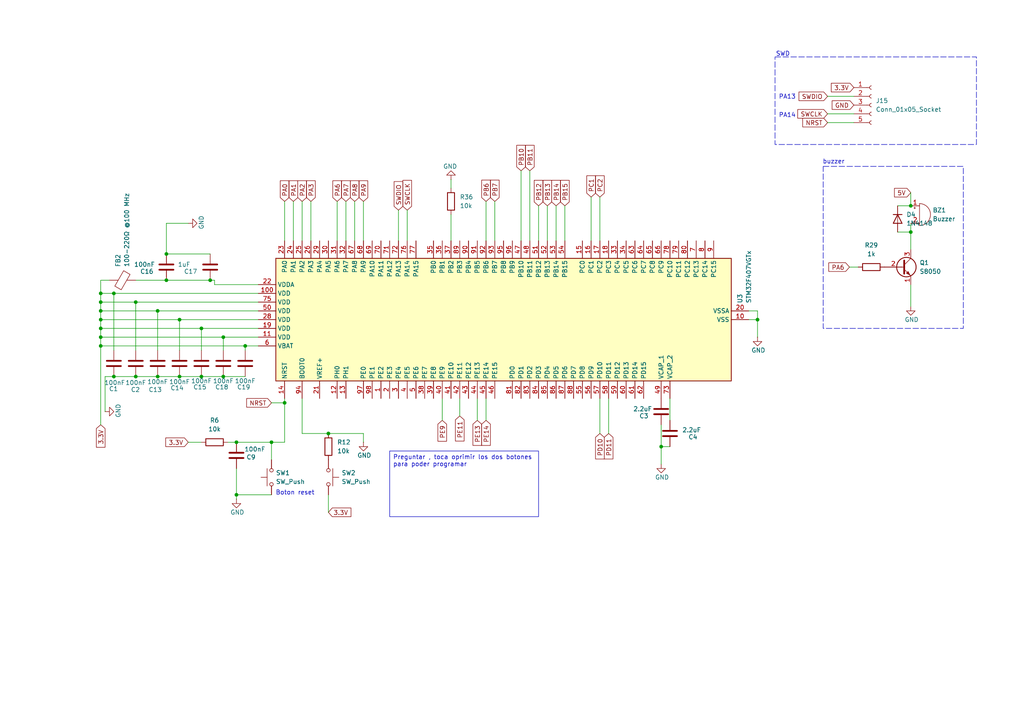
<source format=kicad_sch>
(kicad_sch (version 20231120) (generator "eeschema") (generator_version "8.0")
  (paper "A4")
  (lib_symbols
    (symbol "Connector:Conn_01x05_Socket" (pin_names (offset 1.016) hide)
      (property "Reference" "J" (at 0 7.62 0))
      (property "Value" "Conn_01x05_Socket" (at 0 -7.62 0))
      (symbol "Conn_01x05_Socket_1_1"
        (arc (start 0 -4.572) (mid -0.5058 -5.08) (end 0 -5.588) (stroke (width 0.1524)))
        (arc (start 0 -2.032) (mid -0.5058 -2.54) (end 0 -3.048) (stroke (width 0.1524)))
        (polyline (pts (xy -1.27 -5.08) (xy -0.508 -5.08)) (stroke (width 0.1524)))
        (polyline (pts (xy -1.27 -2.54) (xy -0.508 -2.54)) (stroke (width 0.1524)))
        (polyline (pts (xy -1.27 0) (xy -0.508 0)) (stroke (width 0.1524)))
        (polyline (pts (xy -1.27 2.54) (xy -0.508 2.54)) (stroke (width 0.1524)))
        (polyline (pts (xy -1.27 5.08) (xy -0.508 5.08)) (stroke (width 0.1524)))
        (arc (start 0 0.508) (mid -0.5058 0) (end 0 -0.508) (stroke (width 0.1524)))
        (arc (start 0 3.048) (mid -0.5058 2.54) (end 0 2.032) (stroke (width 0.1524)))
        (arc (start 0 5.588) (mid -0.5058 5.08) (end 0 4.572) (stroke (width 0.1524)))
        (pin passive line (at -5.08 5.08 0) (length 3.81) (name "Pin_1") (number "1"))
        (pin passive line (at -5.08 2.54 0) (length 3.81) (name "Pin_2") (number "2"))
        (pin passive line (at -5.08 0 0) (length 3.81) (name "Pin_3") (number "3"))
        (pin passive line (at -5.08 -2.54 0) (length 3.81) (name "Pin_4") (number "4"))
        (pin passive line (at -5.08 -5.08 0) (length 3.81) (name "Pin_5") (number "5"))
      )
    )
    (symbol "Device:Buzzer" (pin_names (offset 0.0254) hide)
      (property "Reference" "BZ" (at 3.81 1.27 0))
      (property "Value" "Buzzer" (at 3.81 -1.27 0))
      (symbol "Buzzer_0_1"
        (arc (start 0 -3.175) (mid 3.1612 0) (end 0 3.175))
        (polyline (pts (xy -1.651 1.905) (xy -1.143 1.905)))
        (polyline (pts (xy -1.397 2.159) (xy -1.397 1.651)))
        (polyline (pts (xy 0 3.175) (xy 0 -3.175)))
      )
      (symbol "Buzzer_1_1"
        (pin passive line (at -2.54 2.54 0) (length 2.54) (name "+") (number "1"))
        (pin passive line (at -2.54 -2.54 0) (length 2.54) (name "-") (number "2"))
      )
    )
    (symbol "Device:C" (pin_numbers hide) (pin_names (offset 0.254))
      (property "Reference" "C" (at 0.635 2.54 0))
      (property "Value" "C" (at 0.635 -2.54 0))
      (symbol "C_0_1"
        (polyline (pts (xy -2.032 -0.762) (xy 2.032 -0.762)) (stroke (width 0.508)))
        (polyline (pts (xy -2.032 0.762) (xy 2.032 0.762)) (stroke (width 0.508)))
      )
      (symbol "C_1_1"
        (pin passive line (at 0 3.81 270) (length 2.794) (name "~") (number "1"))
        (pin passive line (at 0 -3.81 90) (length 2.794) (name "~") (number "2"))
      )
    )
    (symbol "Device:FerriteBead" (pin_numbers hide) (pin_names (offset 0))
      (property "Reference" "FB" (at -3.81 0.635 90))
      (property "Value" "FerriteBead" (at 3.81 0 90))
      (symbol "FerriteBead_0_1"
        (polyline (pts (xy 0 -1.27) (xy 0 -1.2192)))
        (polyline (pts (xy 0 1.27) (xy 0 1.2954)))
        (polyline (pts (xy -2.7686 0.4064) (xy -1.7018 2.2606) (xy 2.7686 -0.3048) (xy 1.6764 -2.159) (xy -2.7686 0.4064)))
      )
      (symbol "FerriteBead_1_1"
        (pin passive line (at 0 3.81 270) (length 2.54) (name "~") (number "1"))
        (pin passive line (at 0 -3.81 90) (length 2.54) (name "~") (number "2"))
      )
    )
    (symbol "Device:R" (pin_numbers hide) (pin_names (offset 0))
      (property "Reference" "R" (at 2.032 0 90))
      (property "Value" "R" (at 0 0 90))
      (symbol "R_0_1"
        (rectangle (start -1.016 -2.54) (end 1.016 2.54) (stroke (width 0.254)))
      )
      (symbol "R_1_1"
        (pin passive line (at 0 3.81 270) (length 1.27) (name "~") (number "1"))
        (pin passive line (at 0 -3.81 90) (length 1.27) (name "~") (number "2"))
      )
    )
    (symbol "Diode:1N4148" (pin_numbers hide) (pin_names hide)
      (property "Reference" "D" (at 0 2.54 0))
      (property "Value" "1N4148" (at 0 -2.54 0))
      (symbol "1N4148_0_1"
        (polyline (pts (xy -1.27 1.27) (xy -1.27 -1.27)) (stroke (width 0.254)))
        (polyline (pts (xy 1.27 0) (xy -1.27 0)))
        (polyline (pts (xy 1.27 1.27) (xy 1.27 -1.27) (xy -1.27 0) (xy 1.27 1.27)) (stroke (width 0.254)))
      )
      (symbol "1N4148_1_1"
        (pin passive line (at -3.81 0 0) (length 2.54) (name "K") (number "1"))
        (pin passive line (at 3.81 0 180) (length 2.54) (name "A") (number "2"))
      )
    )
    (symbol "MCU_ST_STM32F4:STM32F407VGTx"
      (property "Reference" "U" (at -17.78 67.31 0))
      (property "Value" "STM32F407VGTx" (at 12.7 67.31 0))
      (symbol "STM32F407VGTx_0_1"
        (rectangle (start -17.78 -66.04) (end 17.78 66.04) (stroke (width 0.254)) (fill (type background)))
      )
      (symbol "STM32F407VGTx_1_1"
        (pin bidirectional line (at -22.86 35.56 0) (length 5.08) (name "PE2") (number "1"))
        (pin power_in line (at 0 -71.12 90) (length 5.08) (name "VSS") (number "10"))
        (pin power_in line (at 7.62 71.12 270) (length 5.08) (name "VDD") (number "100"))
        (pin power_in line (at -5.08 71.12 270) (length 5.08) (name "VDD") (number "11"))
        (pin bidirectional line (at -22.86 48.26 0) (length 5.08) (name "PH0") (number "12"))
        (pin bidirectional line (at -22.86 45.72 0) (length 5.08) (name "PH1") (number "13"))
        (pin input line (at -22.86 63.5 0) (length 5.08) (name "NRST") (number "14"))
        (pin bidirectional line (at 22.86 -22.86 180) (length 5.08) (name "PC0") (number "15"))
        (pin bidirectional line (at 22.86 -25.4 180) (length 5.08) (name "PC1") (number "16"))
        (pin bidirectional line (at 22.86 -27.94 180) (length 5.08) (name "PC2") (number "17"))
        (pin bidirectional line (at 22.86 -30.48 180) (length 5.08) (name "PC3") (number "18"))
        (pin power_in line (at -2.54 71.12 270) (length 5.08) (name "VDD") (number "19"))
        (pin bidirectional line (at -22.86 33.02 0) (length 5.08) (name "PE3") (number "2"))
        (pin power_in line (at 2.54 -71.12 90) (length 5.08) (name "VSSA") (number "20"))
        (pin input line (at -22.86 53.34 0) (length 5.08) (name "VREF+") (number "21"))
        (pin power_in line (at 10.16 71.12 270) (length 5.08) (name "VDDA") (number "22"))
        (pin bidirectional line (at 22.86 63.5 180) (length 5.08) (name "PA0") (number "23"))
        (pin bidirectional line (at 22.86 60.96 180) (length 5.08) (name "PA1") (number "24"))
        (pin bidirectional line (at 22.86 58.42 180) (length 5.08) (name "PA2") (number "25"))
        (pin bidirectional line (at 22.86 55.88 180) (length 5.08) (name "PA3") (number "26"))
        (pin passive line (at 0 -71.12 90) (length 5.08) hide (name "VSS") (number "27"))
        (pin power_in line (at 0 71.12 270) (length 5.08) (name "VDD") (number "28"))
        (pin bidirectional line (at 22.86 53.34 180) (length 5.08) (name "PA4") (number "29"))
        (pin bidirectional line (at -22.86 30.48 0) (length 5.08) (name "PE4") (number "3"))
        (pin bidirectional line (at 22.86 50.8 180) (length 5.08) (name "PA5") (number "30"))
        (pin bidirectional line (at 22.86 48.26 180) (length 5.08) (name "PA6") (number "31"))
        (pin bidirectional line (at 22.86 45.72 180) (length 5.08) (name "PA7") (number "32"))
        (pin bidirectional line (at 22.86 -33.02 180) (length 5.08) (name "PC4") (number "33"))
        (pin bidirectional line (at 22.86 -35.56 180) (length 5.08) (name "PC5") (number "34"))
        (pin bidirectional line (at 22.86 20.32 180) (length 5.08) (name "PB0") (number "35"))
        (pin bidirectional line (at 22.86 17.78 180) (length 5.08) (name "PB1") (number "36"))
        (pin bidirectional line (at 22.86 15.24 180) (length 5.08) (name "PB2") (number "37"))
        (pin bidirectional line (at -22.86 22.86 0) (length 5.08) (name "PE7") (number "38"))
        (pin bidirectional line (at -22.86 20.32 0) (length 5.08) (name "PE8") (number "39"))
        (pin bidirectional line (at -22.86 27.94 0) (length 5.08) (name "PE5") (number "4"))
        (pin bidirectional line (at -22.86 17.78 0) (length 5.08) (name "PE9") (number "40"))
        (pin bidirectional line (at -22.86 15.24 0) (length 5.08) (name "PE10") (number "41"))
        (pin bidirectional line (at -22.86 12.7 0) (length 5.08) (name "PE11") (number "42"))
        (pin bidirectional line (at -22.86 10.16 0) (length 5.08) (name "PE12") (number "43"))
        (pin bidirectional line (at -22.86 7.62 0) (length 5.08) (name "PE13") (number "44"))
        (pin bidirectional line (at -22.86 5.08 0) (length 5.08) (name "PE14") (number "45"))
        (pin bidirectional line (at -22.86 2.54 0) (length 5.08) (name "PE15") (number "46"))
        (pin bidirectional line (at 22.86 -5.08 180) (length 5.08) (name "PB10") (number "47"))
        (pin bidirectional line (at 22.86 -7.62 180) (length 5.08) (name "PB11") (number "48"))
        (pin power_out line (at -22.86 -45.72 0) (length 5.08) (name "VCAP_1") (number "49"))
        (pin bidirectional line (at -22.86 25.4 0) (length 5.08) (name "PE6") (number "5"))
        (pin power_in line (at 2.54 71.12 270) (length 5.08) (name "VDD") (number "50"))
        (pin bidirectional line (at 22.86 -10.16 180) (length 5.08) (name "PB12") (number "51"))
        (pin bidirectional line (at 22.86 -12.7 180) (length 5.08) (name "PB13") (number "52"))
        (pin bidirectional line (at 22.86 -15.24 180) (length 5.08) (name "PB14") (number "53"))
        (pin bidirectional line (at 22.86 -17.78 180) (length 5.08) (name "PB15") (number "54"))
        (pin bidirectional line (at -22.86 -22.86 0) (length 5.08) (name "PD8") (number "55"))
        (pin bidirectional line (at -22.86 -25.4 0) (length 5.08) (name "PD9") (number "56"))
        (pin bidirectional line (at -22.86 -27.94 0) (length 5.08) (name "PD10") (number "57"))
        (pin bidirectional line (at -22.86 -30.48 0) (length 5.08) (name "PD11") (number "58"))
        (pin bidirectional line (at -22.86 -33.02 0) (length 5.08) (name "PD12") (number "59"))
        (pin power_in line (at -7.62 71.12 270) (length 5.08) (name "VBAT") (number "6"))
        (pin bidirectional line (at -22.86 -35.56 0) (length 5.08) (name "PD13") (number "60"))
        (pin bidirectional line (at -22.86 -38.1 0) (length 5.08) (name "PD14") (number "61"))
        (pin bidirectional line (at -22.86 -40.64 0) (length 5.08) (name "PD15") (number "62"))
        (pin bidirectional line (at 22.86 -38.1 180) (length 5.08) (name "PC6") (number "63"))
        (pin bidirectional line (at 22.86 -40.64 180) (length 5.08) (name "PC7") (number "64"))
        (pin bidirectional line (at 22.86 -43.18 180) (length 5.08) (name "PC8") (number "65"))
        (pin bidirectional line (at 22.86 -45.72 180) (length 5.08) (name "PC9") (number "66"))
        (pin bidirectional line (at 22.86 43.18 180) (length 5.08) (name "PA8") (number "67"))
        (pin bidirectional line (at 22.86 40.64 180) (length 5.08) (name "PA9") (number "68"))
        (pin bidirectional line (at 22.86 38.1 180) (length 5.08) (name "PA10") (number "69"))
        (pin bidirectional line (at 22.86 -55.88 180) (length 5.08) (name "PC13") (number "7"))
        (pin bidirectional line (at 22.86 35.56 180) (length 5.08) (name "PA11") (number "70"))
        (pin bidirectional line (at 22.86 33.02 180) (length 5.08) (name "PA12") (number "71"))
        (pin bidirectional line (at 22.86 30.48 180) (length 5.08) (name "PA13") (number "72"))
        (pin power_out line (at -22.86 -48.26 0) (length 5.08) (name "VCAP_2") (number "73"))
        (pin passive line (at 0 -71.12 90) (length 5.08) hide (name "VSS") (number "74"))
        (pin power_in line (at 5.08 71.12 270) (length 5.08) (name "VDD") (number "75"))
        (pin bidirectional line (at 22.86 27.94 180) (length 5.08) (name "PA14") (number "76"))
        (pin bidirectional line (at 22.86 25.4 180) (length 5.08) (name "PA15") (number "77"))
        (pin bidirectional line (at 22.86 -48.26 180) (length 5.08) (name "PC10") (number "78"))
        (pin bidirectional line (at 22.86 -50.8 180) (length 5.08) (name "PC11") (number "79"))
        (pin bidirectional line (at 22.86 -58.42 180) (length 5.08) (name "PC14") (number "8"))
        (pin bidirectional line (at 22.86 -53.34 180) (length 5.08) (name "PC12") (number "80"))
        (pin bidirectional line (at -22.86 -2.54 0) (length 5.08) (name "PD0") (number "81"))
        (pin bidirectional line (at -22.86 -5.08 0) (length 5.08) (name "PD1") (number "82"))
        (pin bidirectional line (at -22.86 -7.62 0) (length 5.08) (name "PD2") (number "83"))
        (pin bidirectional line (at -22.86 -10.16 0) (length 5.08) (name "PD3") (number "84"))
        (pin bidirectional line (at -22.86 -12.7 0) (length 5.08) (name "PD4") (number "85"))
        (pin bidirectional line (at -22.86 -15.24 0) (length 5.08) (name "PD5") (number "86"))
        (pin bidirectional line (at -22.86 -17.78 0) (length 5.08) (name "PD6") (number "87"))
        (pin bidirectional line (at -22.86 -20.32 0) (length 5.08) (name "PD7") (number "88"))
        (pin bidirectional line (at 22.86 12.7 180) (length 5.08) (name "PB3") (number "89"))
        (pin bidirectional line (at 22.86 -60.96 180) (length 5.08) (name "PC15") (number "9"))
        (pin bidirectional line (at 22.86 10.16 180) (length 5.08) (name "PB4") (number "90"))
        (pin bidirectional line (at 22.86 7.62 180) (length 5.08) (name "PB5") (number "91"))
        (pin bidirectional line (at 22.86 5.08 180) (length 5.08) (name "PB6") (number "92"))
        (pin bidirectional line (at 22.86 2.54 180) (length 5.08) (name "PB7") (number "93"))
        (pin input line (at -22.86 58.42 0) (length 5.08) (name "BOOT0") (number "94"))
        (pin bidirectional line (at 22.86 0 180) (length 5.08) (name "PB8") (number "95"))
        (pin bidirectional line (at 22.86 -2.54 180) (length 5.08) (name "PB9") (number "96"))
        (pin bidirectional line (at -22.86 40.64 0) (length 5.08) (name "PE0") (number "97"))
        (pin bidirectional line (at -22.86 38.1 0) (length 5.08) (name "PE1") (number "98"))
        (pin passive line (at 0 -71.12 90) (length 5.08) hide (name "VSS") (number "99"))
      )
    )
    (symbol "Switch:SW_Push" (pin_numbers hide) (pin_names (offset 1.016) hide)
      (property "Reference" "SW" (at 1.27 2.54 0))
      (property "Value" "SW_Push" (at 0 -1.524 0))
      (symbol "SW_Push_0_1"
        (circle (center -2.032 0) (radius 0.508))
        (polyline (pts (xy 0 1.27) (xy 0 3.048)))
        (polyline (pts (xy 2.54 1.27) (xy -2.54 1.27)))
        (circle (center 2.032 0) (radius 0.508))
        (pin passive line (at -5.08 0 0) (length 2.54) (name "1") (number "1"))
        (pin passive line (at 5.08 0 180) (length 2.54) (name "2") (number "2"))
      )
    )
    (symbol "Transistor_BJT:S8050" (pin_names (offset 0) hide)
      (property "Reference" "Q" (at 5.08 1.905 0))
      (property "Value" "S8050" (at 5.08 0 0))
      (symbol "S8050_0_1"
        (polyline (pts (xy 0 0) (xy 0.635 0)))
        (polyline (pts (xy 0.635 0.635) (xy 2.54 2.54)))
        (polyline (pts (xy 0.635 -0.635) (xy 2.54 -2.54) (xy 2.54 -2.54)))
        (polyline (pts (xy 0.635 1.905) (xy 0.635 -1.905) (xy 0.635 -1.905)) (stroke (width 0.508)))
        (polyline (pts (xy 1.27 -1.778) (xy 1.778 -1.27) (xy 2.286 -2.286) (xy 1.27 -1.778) (xy 1.27 -1.778)) (fill (type outline)))
        (circle (center 1.27 0) (radius 2.8194) (stroke (width 0.254)))
      )
      (symbol "S8050_1_1"
        (pin passive line (at 2.54 -5.08 90) (length 2.54) (name "E") (number "1"))
        (pin input line (at -5.08 0 0) (length 5.08) (name "B") (number "2"))
        (pin passive line (at 2.54 5.08 270) (length 2.54) (name "C") (number "3"))
      )
    )
    (symbol "power:GND" (power) (pin_numbers hide) (pin_names (offset 0) hide)
      (property "Value" "GND" (at 0 -3.81 0))
      (symbol "GND_0_1"
        (polyline (pts (xy 0 0) (xy 0 -1.27) (xy 1.27 -1.27) (xy 0 -2.54) (xy -1.27 -1.27) (xy 0 -1.27)))
      )
      (symbol "GND_1_1"
        (pin power_in line (at 0 0 270) (length 0) (name "~") (number "1"))
      )
    )
  )
  (junction (at 78.74 128.27))
  (junction (at 45.72 90.17))
  (junction (at 82.55 116.84))
  (junction (at 58.42 109.22))
  (junction (at 33.02 109.22))
  (junction (at 29.21 85.09))
  (junction (at 95.25 125.73))
  (junction (at 29.21 95.25))
  (junction (at 48.26 73.66))
  (junction (at 64.77 97.79))
  (junction (at 71.12 100.33))
  (junction (at 33.02 85.09))
  (junction (at 29.21 90.17))
  (junction (at 29.21 100.33))
  (junction (at 39.37 87.63))
  (junction (at 29.21 87.63))
  (junction (at 48.26 81.28))
  (junction (at 219.71 92.71))
  (junction (at 191.77 129.54))
  (junction (at 45.72 109.22))
  (junction (at 264.16 59.69))
  (junction (at 29.21 92.71))
  (junction (at 29.21 97.79))
  (junction (at 52.07 92.71))
  (junction (at 58.42 95.25))
  (junction (at 52.07 109.22))
  (junction (at 68.58 143.51))
  (junction (at 60.96 81.28))
  (junction (at 68.58 128.27))
  (junction (at 64.77 109.22))
  (junction (at 264.16 67.31))
  (junction (at 39.37 109.22))
  (wire (pts (xy 48.26 73.66) (xy 48.26 64.77)))
  (wire (pts (xy 33.02 109.22) (xy 39.37 109.22)))
  (wire (pts (xy 58.42 109.22) (xy 64.77 109.22)))
  (wire (pts (xy 62.23 81.28) (xy 60.96 81.28)))
  (wire (pts (xy 105.41 58.42) (xy 105.41 69.85)))
  (wire (pts (xy 130.81 62.23) (xy 130.81 69.85)))
  (wire (pts (xy 29.21 81.28) (xy 29.21 85.09)))
  (wire (pts (xy 219.71 90.17) (xy 219.71 92.71)))
  (wire (pts (xy 39.37 81.28) (xy 48.26 81.28)))
  (wire (pts (xy 82.55 128.27) (xy 82.55 116.84)))
  (wire (pts (xy 58.42 95.25) (xy 58.42 101.6)))
  (wire (pts (xy 45.72 109.22) (xy 52.07 109.22)))
  (wire (pts (xy 31.75 81.28) (xy 29.21 81.28)))
  (wire (pts (xy 191.77 123.19) (xy 191.77 129.54)))
  (wire (pts (xy 246.38 77.47) (xy 248.92 77.47)))
  (wire (pts (xy 39.37 87.63) (xy 29.21 87.63)))
  (wire (pts (xy 87.63 125.73) (xy 95.25 125.73)))
  (wire (pts (xy 143.51 58.42) (xy 143.51 69.85)))
  (wire (pts (xy 95.25 148.59) (xy 95.25 143.51)))
  (wire (pts (xy 87.63 115.57) (xy 87.63 125.73)))
  (wire (pts (xy 64.77 97.79) (xy 64.77 101.6)))
  (wire (pts (xy 133.35 115.57) (xy 133.35 120.65)))
  (wire (pts (xy 264.16 82.55) (xy 264.16 88.9)))
  (wire (pts (xy 68.58 143.51) (xy 68.58 144.78)))
  (wire (pts (xy 82.55 128.27) (xy 78.74 128.27)))
  (wire (pts (xy 260.35 59.69) (xy 264.16 59.69)))
  (wire (pts (xy 45.72 90.17) (xy 74.93 90.17)))
  (wire (pts (xy 62.23 82.55) (xy 74.93 82.55)))
  (wire (pts (xy 151.13 49.53) (xy 151.13 69.85)))
  (wire (pts (xy 264.16 55.88) (xy 264.16 59.69)))
  (wire (pts (xy 118.11 60.96) (xy 118.11 69.85)))
  (wire (pts (xy 173.99 115.57) (xy 173.99 125.73)))
  (wire (pts (xy 29.21 92.71) (xy 29.21 95.25)))
  (wire (pts (xy 74.93 87.63) (xy 39.37 87.63)))
  (wire (pts (xy 54.61 128.27) (xy 58.42 128.27)))
  (wire (pts (xy 29.21 92.71) (xy 52.07 92.71)))
  (wire (pts (xy 64.77 109.22) (xy 71.12 109.22)))
  (wire (pts (xy 161.29 59.69) (xy 161.29 69.85)))
  (wire (pts (xy 264.16 64.77) (xy 264.16 67.31)))
  (wire (pts (xy 219.71 92.71) (xy 217.17 92.71)))
  (wire (pts (xy 173.99 57.15) (xy 173.99 69.85)))
  (wire (pts (xy 87.63 58.42) (xy 87.63 69.85)))
  (wire (pts (xy 176.53 115.57) (xy 176.53 125.73)))
  (wire (pts (xy 58.42 95.25) (xy 74.93 95.25)))
  (wire (pts (xy 240.03 33.02) (xy 247.65 33.02)))
  (wire (pts (xy 97.79 58.42) (xy 97.79 69.85)))
  (wire (pts (xy 66.04 128.27) (xy 68.58 128.27)))
  (wire (pts (xy 29.21 95.25) (xy 29.21 97.79)))
  (wire (pts (xy 138.43 115.57) (xy 138.43 121.92)))
  (wire (pts (xy 29.21 100.33) (xy 29.21 123.19)))
  (wire (pts (xy 130.81 52.07) (xy 130.81 54.61)))
  (wire (pts (xy 82.55 58.42) (xy 82.55 69.85)))
  (wire (pts (xy 128.27 115.57) (xy 128.27 121.92)))
  (wire (pts (xy 140.97 58.42) (xy 140.97 69.85)))
  (wire (pts (xy 68.58 143.51) (xy 78.74 143.51)))
  (wire (pts (xy 82.55 116.84) (xy 82.55 115.57)))
  (wire (pts (xy 29.21 87.63) (xy 29.21 90.17)))
  (wire (pts (xy 48.26 64.77) (xy 54.61 64.77)))
  (wire (pts (xy 115.57 60.96) (xy 115.57 69.85)))
  (wire (pts (xy 33.02 109.22) (xy 30.48 109.22)))
  (wire (pts (xy 48.26 81.28) (xy 60.96 81.28)))
  (wire (pts (xy 191.77 129.54) (xy 194.31 129.54)))
  (wire (pts (xy 260.35 67.31) (xy 264.16 67.31)))
  (wire (pts (xy 68.58 135.89) (xy 68.58 143.51)))
  (wire (pts (xy 64.77 97.79) (xy 74.93 97.79)))
  (wire (pts (xy 29.21 85.09) (xy 29.21 87.63)))
  (wire (pts (xy 194.31 115.57) (xy 194.31 121.92)))
  (wire (pts (xy 71.12 100.33) (xy 74.93 100.33)))
  (wire (pts (xy 45.72 90.17) (xy 45.72 101.6)))
  (wire (pts (xy 29.21 90.17) (xy 45.72 90.17)))
  (wire (pts (xy 48.26 73.66) (xy 60.96 73.66)))
  (wire (pts (xy 29.21 95.25) (xy 58.42 95.25)))
  (wire (pts (xy 39.37 87.63) (xy 39.37 101.6)))
  (wire (pts (xy 39.37 109.22) (xy 45.72 109.22)))
  (wire (pts (xy 219.71 92.71) (xy 219.71 97.79)))
  (wire (pts (xy 140.97 115.57) (xy 140.97 121.92)))
  (wire (pts (xy 29.21 90.17) (xy 29.21 92.71)))
  (wire (pts (xy 240.03 27.94) (xy 247.65 27.94)))
  (wire (pts (xy 68.58 128.27) (xy 78.74 128.27)))
  (wire (pts (xy 156.21 59.69) (xy 156.21 69.85)))
  (wire (pts (xy 78.74 116.84) (xy 82.55 116.84)))
  (wire (pts (xy 78.74 128.27) (xy 78.74 133.35)))
  (wire (pts (xy 153.67 49.53) (xy 153.67 69.85)))
  (wire (pts (xy 105.41 125.73) (xy 95.25 125.73)))
  (wire (pts (xy 264.16 67.31) (xy 264.16 72.39)))
  (wire (pts (xy 52.07 92.71) (xy 74.93 92.71)))
  (wire (pts (xy 29.21 100.33) (xy 71.12 100.33)))
  (wire (pts (xy 33.02 85.09) (xy 33.02 101.6)))
  (wire (pts (xy 30.48 109.22) (xy 30.48 119.38)))
  (wire (pts (xy 29.21 97.79) (xy 64.77 97.79)))
  (wire (pts (xy 33.02 85.09) (xy 29.21 85.09)))
  (wire (pts (xy 105.41 128.27) (xy 105.41 125.73)))
  (wire (pts (xy 62.23 81.28) (xy 62.23 82.55)))
  (wire (pts (xy 29.21 97.79) (xy 29.21 100.33)))
  (wire (pts (xy 163.83 59.69) (xy 163.83 69.85)))
  (wire (pts (xy 52.07 92.71) (xy 52.07 101.6)))
  (wire (pts (xy 158.75 59.69) (xy 158.75 69.85)))
  (wire (pts (xy 100.33 58.42) (xy 100.33 69.85)))
  (wire (pts (xy 217.17 90.17) (xy 219.71 90.17)))
  (wire (pts (xy 52.07 109.22) (xy 58.42 109.22)))
  (wire (pts (xy 74.93 85.09) (xy 33.02 85.09)))
  (wire (pts (xy 171.45 57.15) (xy 171.45 69.85)))
  (wire (pts (xy 85.09 58.42) (xy 85.09 69.85)))
  (wire (pts (xy 102.87 58.42) (xy 102.87 69.85)))
  (wire (pts (xy 71.12 100.33) (xy 71.12 101.6)))
  (wire (pts (xy 240.03 35.56) (xy 247.65 35.56)))
  (wire (pts (xy 90.17 58.42) (xy 90.17 69.85)))
  (wire (pts (xy 191.77 129.54) (xy 191.77 134.62)))
  (rectangle (start 238.76 48.26) (end 279.4 95.25) (stroke (width 0) (type dash)))
  (rectangle (start 224.79 16.51) (end 283.21 41.91) (stroke (width 0) (type dash)))
  (text_box "Preguntar , toca oprimir los dos botones para poder programar" (at 113.03 130.81 0) (size 43.18 19.05) (effects (font (size 1.27 1.27)) (justify left top)))
  (text "Boton reset" (at 85.598 143.002 0) (effects (font (size 1.27 1.27))))
  (text "PA14" (at 228.346 33.528 0) (effects (font (size 1.27 1.27))))
  (text "buzzer\n" (at 241.808 46.99 0) (effects (font (size 1.27 1.27))))
  (text "SWD" (at 227.076 15.748 0) (effects (font (size 1.27 1.27))))
  (text "PA13" (at 228.346 28.194 0) (effects (font (size 1.27 1.27))))
  (global_label "PA9" (shape input) (at 105.41 58.42 90) (property "Intersheetrefs" "${INTERSHEET_REFS}" (effects (hide yes))))
  (global_label "PA8" (shape input) (at 102.87 58.42 90) (property "Intersheetrefs" "${INTERSHEET_REFS}" (effects (hide yes))))
  (global_label "PB7" (shape input) (at 143.51 58.42 90) (property "Intersheetrefs" "${INTERSHEET_REFS}" (effects (hide yes))))
  (global_label "PB12" (shape input) (at 156.21 59.69 90) (property "Intersheetrefs" "${INTERSHEET_REFS}" (effects (hide yes))))
  (global_label "PB6" (shape input) (at 140.97 58.42 90) (property "Intersheetrefs" "${INTERSHEET_REFS}" (effects (hide yes))))
  (global_label "PB13" (shape input) (at 158.75 59.69 90) (property "Intersheetrefs" "${INTERSHEET_REFS}" (effects (hide yes))))
  (global_label "PE9" (shape input) (at 128.27 121.92 270) (property "Intersheetrefs" "${INTERSHEET_REFS}" (effects (hide yes))))
  (global_label "3.3V" (shape input) (at 95.25 148.59 0) (property "Intersheetrefs" "${INTERSHEET_REFS}" (effects (hide yes))))
  (global_label "PA1" (shape input) (at 85.09 58.42 90) (property "Intersheetrefs" "${INTERSHEET_REFS}" (effects (hide yes))))
  (global_label "SWDIO" (shape input) (at 115.57 60.96 90) (property "Intersheetrefs" "${INTERSHEET_REFS}" (effects (hide yes))))
  (global_label "PB15" (shape input) (at 163.83 59.69 90) (property "Intersheetrefs" "${INTERSHEET_REFS}" (effects (hide yes))))
  (global_label "PA7" (shape input) (at 100.33 58.42 90) (property "Intersheetrefs" "${INTERSHEET_REFS}" (effects (hide yes))))
  (global_label "NRST" (shape input) (at 78.74 116.84 180) (property "Intersheetrefs" "${INTERSHEET_REFS}" (effects (hide yes))))
  (global_label "SWCLK" (shape input) (at 118.11 60.96 90) (property "Intersheetrefs" "${INTERSHEET_REFS}" (effects (hide yes))))
  (global_label "3.3V" (shape input) (at 247.65 25.4 180) (property "Intersheetrefs" "${INTERSHEET_REFS}" (effects (hide yes))))
  (global_label "PC1" (shape input) (at 171.45 57.15 90) (property "Intersheetrefs" "${INTERSHEET_REFS}" (effects (hide yes))))
  (global_label "PC2" (shape input) (at 173.99 57.15 90) (property "Intersheetrefs" "${INTERSHEET_REFS}" (effects (hide yes))))
  (global_label "3.3V" (shape input) (at 54.61 128.27 180) (property "Intersheetrefs" "${INTERSHEET_REFS}" (effects (hide yes))))
  (global_label "PE13" (shape input) (at 138.43 121.92 270) (property "Intersheetrefs" "${INTERSHEET_REFS}" (effects (hide yes))))
  (global_label "SWDIO" (shape input) (at 240.03 27.94 180) (property "Intersheetrefs" "${INTERSHEET_REFS}" (effects (hide yes))))
  (global_label "5V" (shape input) (at 264.16 55.88 180) (property "Intersheetrefs" "${INTERSHEET_REFS}" (effects (hide yes))))
  (global_label "NRST" (shape input) (at 240.03 35.56 180) (property "Intersheetrefs" "${INTERSHEET_REFS}" (effects (hide yes))))
  (global_label "PB14" (shape input) (at 161.29 59.69 90) (property "Intersheetrefs" "${INTERSHEET_REFS}" (effects (hide yes))))
  (global_label "PB11" (shape input) (at 153.67 49.53 90) (property "Intersheetrefs" "${INTERSHEET_REFS}" (effects (hide yes))))
  (global_label "GND" (shape input) (at 247.65 30.48 180) (property "Intersheetrefs" "${INTERSHEET_REFS}" (effects (hide yes))))
  (global_label "SWCLK" (shape input) (at 240.03 33.02 180) (property "Intersheetrefs" "${INTERSHEET_REFS}" (effects (hide yes))))
  (global_label "PA2" (shape input) (at 87.63 58.42 90) (property "Intersheetrefs" "${INTERSHEET_REFS}" (effects (hide yes))))
  (global_label "PE11" (shape input) (at 133.35 120.65 270) (property "Intersheetrefs" "${INTERSHEET_REFS}" (effects (hide yes))))
  (global_label "PA6" (shape input) (at 97.79 58.42 90) (property "Intersheetrefs" "${INTERSHEET_REFS}" (effects (hide yes))))
  (global_label "PD10" (shape input) (at 173.99 125.73 270) (property "Intersheetrefs" "${INTERSHEET_REFS}" (effects (hide yes))))
  (global_label "PA3" (shape input) (at 90.17 58.42 90) (property "Intersheetrefs" "${INTERSHEET_REFS}" (effects (hide yes))))
  (global_label "3.3V" (shape input) (at 29.21 123.19 270) (property "Intersheetrefs" "${INTERSHEET_REFS}" (effects (hide yes))))
  (global_label "PA6" (shape input) (at 246.38 77.47 180) (property "Intersheetrefs" "${INTERSHEET_REFS}" (effects (hide yes))))
  (global_label "PE14" (shape input) (at 140.97 121.92 270) (property "Intersheetrefs" "${INTERSHEET_REFS}" (effects (hide yes))))
  (global_label "PB10" (shape input) (at 151.13 49.53 90) (property "Intersheetrefs" "${INTERSHEET_REFS}" (effects (hide yes))))
  (global_label "PA0" (shape input) (at 82.55 58.42 90) (property "Intersheetrefs" "${INTERSHEET_REFS}" (effects (hide yes))))
  (global_label "PD11" (shape input) (at 176.53 125.73 270) (property "Intersheetrefs" "${INTERSHEET_REFS}" (effects (hide yes))))
  (symbol (lib_id "Device:R") (at 62.23 128.27 90) (unit 1)
    (property "Reference" "R6" (at 62.23 121.92 90))
    (property "Value" "10k" (at 62.23 124.46 90))
    (property "Footprint" "Resistor_SMD:R_0201_0603Metric" (effects (hide yes)))
    (property "Description" "Resistor" (effects (hide yes)))
  )
  (symbol (lib_id "Device:C") (at 68.58 132.08 180) (unit 1)
    (property "Reference" "C9" (at 74.168 132.588 0) (effects (justify left)))
    (property "Value" "100nF" (at 76.962 130.302 0) (effects (justify left)))
    (property "Footprint" "Capacitor_SMD:C_0201_0603Metric" (effects (hide yes)))
    (property "Description" "Unpolarized capacitor" (effects (hide yes)))
  )
  (symbol (lib_id "Device:C") (at 48.26 77.47 0) (unit 1)
    (property "Reference" "C16" (at 40.64 78.74 0) (effects (justify left)))
    (property "Value" "100nF" (at 38.862 76.708 0) (effects (justify left)))
    (property "Footprint" "Capacitor_SMD:C_0201_0603Metric" (effects (hide yes)))
    (property "Description" "Unpolarized capacitor" (effects (hide yes)))
  )
  (symbol (lib_id "power:GND") (at 219.71 97.79 0) (unit 1)
    (property "Reference" "#PWR04" (effects (hide yes)))
    (property "Value" "GND" (at 219.964 101.6 0))
    (property "Description" "Power symbol creates a global label with name \"GND\" , ground" (effects (hide yes)))
  )
  (symbol (lib_id "Device:FerriteBead") (at 35.56 81.28 90) (unit 1)
    (property "Reference" "FB2" (at 34.2391 77.47 0) (effects (justify left)))
    (property "Value" "100-220 Ω @100 MHz" (at 36.7791 77.47 0) (effects (justify left)))
    (property "Description" "Ferrite bead" (effects (hide yes)))
  )
  (symbol (lib_id "power:GND") (at 264.16 88.9 0) (unit 1)
    (property "Reference" "#PWR09" (effects (hide yes)))
    (property "Value" "GND" (at 264.414 92.71 0))
    (property "Description" "Power symbol creates a global label with name \"GND\" , ground" (effects (hide yes)))
  )
  (symbol (lib_id "Device:C") (at 33.02 105.41 180) (unit 1)
    (property "Reference" "C1" (at 34.29 112.776 0) (effects (justify left)))
    (property "Value" "100nF" (at 36.322 110.998 0) (effects (justify left)))
    (property "Footprint" "Capacitor_SMD:C_0201_0603Metric" (effects (hide yes)))
    (property "Description" "Unpolarized capacitor" (effects (hide yes)))
  )
  (symbol (lib_id "Connector:Conn_01x05_Socket") (at 252.73 30.48 0) (unit 1)
    (property "Reference" "J15" (at 254 29.2099 0) (effects (justify left)))
    (property "Value" "Conn_01x05_Socket" (at 254 31.7499 0) (effects (justify left)))
    (property "Description" "Generic connector, single row, 01x05, script generated" (effects (hide yes)))
  )
  (symbol (lib_id "Device:R") (at 95.25 129.54 0) (unit 1)
    (property "Reference" "R12" (at 97.79 128.2699 0) (effects (justify left)))
    (property "Value" "10k" (at 97.79 130.8099 0) (effects (justify left)))
    (property "Footprint" "Resistor_SMD:R_0201_0603Metric" (effects (hide yes)))
    (property "Description" "Resistor" (effects (hide yes)))
  )
  (symbol (lib_id "power:GND") (at 68.58 144.78 0) (unit 1)
    (property "Reference" "#PWR06" (effects (hide yes)))
    (property "Value" "GND" (at 68.834 148.59 0))
    (property "Description" "Power symbol creates a global label with name \"GND\" , ground" (effects (hide yes)))
  )
  (symbol (lib_id "Device:C") (at 39.37 105.41 180) (unit 1)
    (property "Reference" "C2" (at 40.64 113.03 0) (effects (justify left)))
    (property "Value" "100nF" (at 42.418 110.998 0) (effects (justify left)))
    (property "Footprint" "Capacitor_SMD:C_0201_0603Metric" (effects (hide yes)))
    (property "Description" "Unpolarized capacitor" (effects (hide yes)))
  )
  (symbol (lib_id "Device:C") (at 191.77 119.38 0) (unit 1)
    (property "Reference" "C3" (at 185.42 120.65 0) (effects (justify left)))
    (property "Value" "2.2uF" (at 183.642 118.618 0) (effects (justify left)))
    (property "Footprint" "Capacitor_SMD:C_0201_0603Metric" (effects (hide yes)))
    (property "Description" "Unpolarized capacitor" (effects (hide yes)))
  )
  (symbol (lib_id "Device:Buzzer") (at 266.7 62.23 0) (unit 1)
    (property "Reference" "BZ1" (at 270.51 60.9599 0) (effects (justify left)))
    (property "Value" "Buzzer" (at 270.51 63.4999 0) (effects (justify left)))
    (property "Footprint" "Buzzer_Beeper:Buzzer_D14mm_H7mm_P10mm" (effects (hide yes)))
    (property "Description" "Buzzer, polarized" (effects (hide yes)))
  )
  (symbol (lib_id "power:GND") (at 54.61 64.77 90) (unit 1)
    (property "Reference" "#PWR02" (effects (hide yes)))
    (property "Value" "GND" (at 58.42 64.516 0))
    (property "Description" "Power symbol creates a global label with name \"GND\" , ground" (effects (hide yes)))
  )
  (symbol (lib_id "Switch:SW_Push") (at 95.25 138.43 270) (unit 1)
    (property "Reference" "SW2" (at 99.06 137.1599 90) (effects (justify left)))
    (property "Value" "SW_Push" (at 99.06 139.6999 90) (effects (justify left)))
    (property "Footprint" "Button_Switch_SMD:SW_SPST_PTS645" (effects (hide yes)))
    (property "Description" "Push button switch, generic, two pins" (effects (hide yes)))
  )
  (symbol (lib_id "power:GND") (at 130.81 52.07 180) (unit 1)
    (property "Reference" "#PWR08" (effects (hide yes)))
    (property "Value" "GND" (at 130.556 48.26 0))
    (property "Description" "Power symbol creates a global label with name \"GND\" , ground" (effects (hide yes)))
  )
  (symbol (lib_id "Device:C") (at 45.72 105.41 180) (unit 1)
    (property "Reference" "C13" (at 46.99 113.03 0) (effects (justify left)))
    (property "Value" "100nF" (at 48.768 110.744 0) (effects (justify left)))
    (property "Footprint" "Capacitor_SMD:C_0201_0603Metric" (effects (hide yes)))
    (property "Description" "Unpolarized capacitor" (effects (hide yes)))
  )
  (symbol (lib_id "Device:C") (at 71.12 105.41 180) (unit 1)
    (property "Reference" "C19" (at 72.644 112.268 0) (effects (justify left)))
    (property "Value" "100nF" (at 74.168 110.49 0) (effects (justify left)))
    (property "Footprint" "Capacitor_SMD:C_0201_0603Metric" (effects (hide yes)))
    (property "Description" "Unpolarized capacitor" (effects (hide yes)))
  )
  (symbol (lib_id "Transistor_BJT:S8050") (at 261.62 77.47 0) (unit 1)
    (property "Reference" "Q1" (at 266.7 76.1999 0) (effects (justify left)))
    (property "Value" "S8050" (at 266.7 78.7399 0) (effects (justify left)))
    (property "Footprint" "Package_TO_SOT_THT:TO-92_Inline" (effects (hide yes)))
    (property "Datasheet" "http://www.unisonic.com.tw/datasheet/S8050.pdf" (effects (hide yes)))
    (property "Description" "0.7A Ic, 20V Vce, Low Voltage High Current NPN Transistor, TO-92" (effects (hide yes)))
  )
  (symbol (lib_id "Device:C") (at 194.31 125.73 0) (unit 1)
    (property "Reference" "C4" (at 199.644 126.746 0) (effects (justify left)))
    (property "Value" "2.2uF" (at 197.866 124.714 0) (effects (justify left)))
    (property "Footprint" "Capacitor_SMD:C_0201_0603Metric" (effects (hide yes)))
    (property "Description" "Unpolarized capacitor" (effects (hide yes)))
  )
  (symbol (lib_id "power:GND") (at 30.48 119.38 90) (unit 1)
    (property "Reference" "#PWR01" (effects (hide yes)))
    (property "Value" "GND" (at 34.29 119.126 0))
    (property "Description" "Power symbol creates a global label with name \"GND\" , ground" (effects (hide yes)))
  )
  (symbol (lib_id "Device:C") (at 52.07 105.41 180) (unit 1)
    (property "Reference" "C14" (at 53.34 112.522 0) (effects (justify left)))
    (property "Value" "100nF" (at 55.118 110.744 0) (effects (justify left)))
    (property "Footprint" "Capacitor_SMD:C_0201_0603Metric" (effects (hide yes)))
    (property "Description" "Unpolarized capacitor" (effects (hide yes)))
  )
  (symbol (lib_id "power:GND") (at 105.41 128.27 0) (unit 1)
    (property "Reference" "#PWR07" (effects (hide yes)))
    (property "Value" "GND" (at 105.664 132.08 0))
    (property "Description" "Power symbol creates a global label with name \"GND\" , ground" (effects (hide yes)))
  )
  (symbol (lib_id "Device:R") (at 130.81 58.42 180) (unit 1)
    (property "Reference" "R36" (at 133.35 57.1499 0) (effects (justify right)))
    (property "Value" "10k" (at 133.35 59.6899 0) (effects (justify right)))
    (property "Footprint" "Resistor_SMD:R_0201_0603Metric" (effects (hide yes)))
    (property "Description" "Resistor" (effects (hide yes)))
  )
  (symbol (lib_id "Device:C") (at 60.96 77.47 0) (unit 1)
    (property "Reference" "C17" (at 53.34 78.74 0) (effects (justify left)))
    (property "Value" "1uF" (at 51.562 76.708 0) (effects (justify left)))
    (property "Footprint" "Capacitor_SMD:C_0201_0603Metric" (effects (hide yes)))
    (property "Description" "Unpolarized capacitor" (effects (hide yes)))
  )
  (symbol (lib_id "Switch:SW_Push") (at 78.74 138.43 90) (unit 1)
    (property "Reference" "SW1" (at 80.01 137.1599 90) (effects (justify right)))
    (property "Value" "SW_Push" (at 80.01 139.6999 90) (effects (justify right)))
    (property "Footprint" "Button_Switch_SMD:SW_SPST_PTS645" (effects (hide yes)))
    (property "Description" "Push button switch, generic, two pins" (effects (hide yes)))
  )
  (symbol (lib_id "Diode:1N4148") (at 260.35 63.5 270) (unit 1)
    (property "Reference" "D4" (at 262.89 62.2299 90) (effects (justify left)))
    (property "Value" "1N4148" (at 262.89 64.7699 90) (effects (justify left)))
    (property "Footprint" "Diode_THT:D_DO-35_SOD27_P7.62mm_Horizontal" (effects (hide yes)))
    (property "Datasheet" "https://assets.nexperia.com/documents/data-sheet/1N4148_1N4448.pdf" (effects (hide yes)))
    (property "Description" "100V 0.15A standard switching diode, DO-35" (effects (hide yes)))
    (property "Sim.Device" "D" (effects (hide yes)))
    (property "Sim.Pins" "1=K 2=A" (effects (hide yes)))
  )
  (symbol (lib_id "Device:R") (at 252.73 77.47 90) (unit 1)
    (property "Reference" "R29" (at 252.73 71.12 90))
    (property "Value" "1k" (at 252.73 73.66 90))
    (property "Footprint" "Resistor_SMD:R_0201_0603Metric" (effects (hide yes)))
    (property "Description" "Resistor" (effects (hide yes)))
  )
  (symbol (lib_id "MCU_ST_STM32F4:STM32F407VGTx") (at 146.05 92.71 90) (unit 1)
    (property "Reference" "U3" (at 214.63 87.9759 0) (effects (justify left)))
    (property "Value" "STM32F407VGTx" (at 217.17 87.9759 0) (effects (justify left)))
    (property "Footprint" "Package_QFP:LQFP-100_14x14mm_P0.5mm" (effects (hide yes)))
    (property "Datasheet" "https://www.st.com/resource/en/datasheet/stm32f407vg.pdf" (effects (hide yes)))
    (property "Description" "STMicroelectronics Arm Cortex-M4 MCU, 1024KB flash, 192KB RAM, 168 MHz, 1.8-3.6V, 82 GPIO, LQFP100" (effects (hide yes)))
  )
  (symbol (lib_id "Device:C") (at 64.77 105.41 180) (unit 1)
    (property "Reference" "C18" (at 66.294 112.268 0) (effects (justify left)))
    (property "Value" "100nF" (at 67.818 110.49 0) (effects (justify left)))
    (property "Footprint" "Capacitor_SMD:C_0201_0603Metric" (effects (hide yes)))
    (property "Description" "Unpolarized capacitor" (effects (hide yes)))
  )
  (symbol (lib_id "power:GND") (at 191.77 134.62 0) (unit 1)
    (property "Reference" "#PWR03" (effects (hide yes)))
    (property "Value" "GND" (at 192.024 138.43 0))
    (property "Description" "Power symbol creates a global label with name \"GND\" , ground" (effects (hide yes)))
  )
  (symbol (lib_id "Device:C") (at 58.42 105.41 180) (unit 1)
    (property "Reference" "C15" (at 59.944 112.268 0) (effects (justify left)))
    (property "Value" "100nF" (at 61.468 110.49 0) (effects (justify left)))
    (property "Footprint" "Capacitor_SMD:C_0201_0603Metric" (effects (hide yes)))
    (property "Description" "Unpolarized capacitor" (effects (hide yes)))
  )
)
</source>
